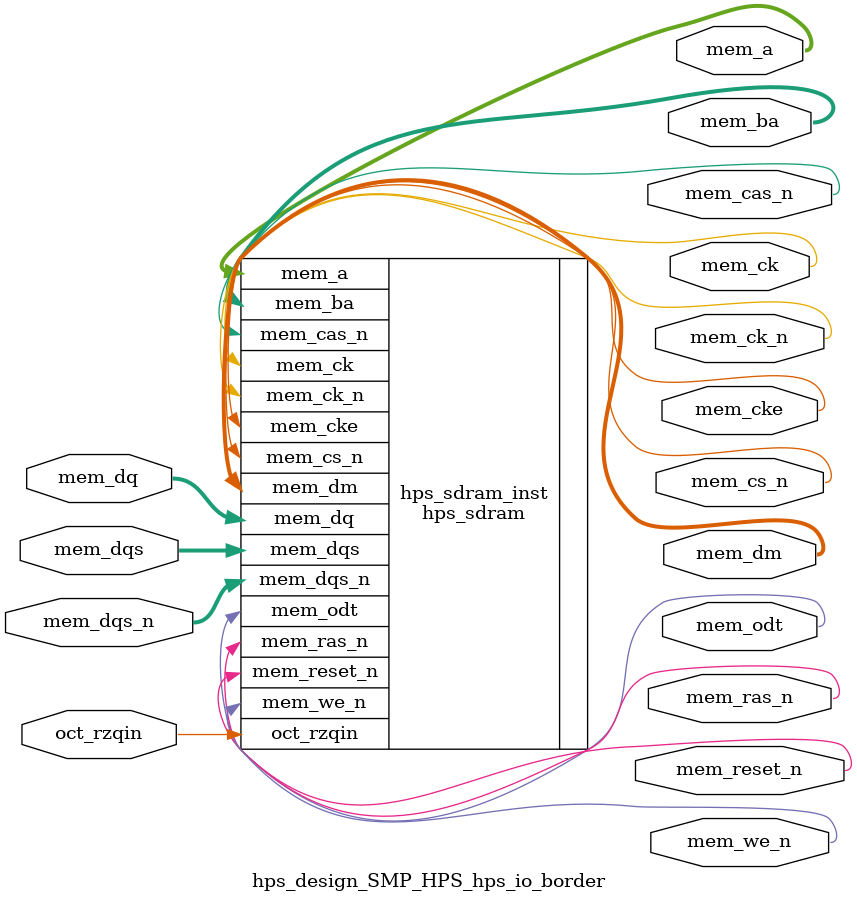
<source format=sv>


module hps_design_SMP_HPS_hps_io_border(
// memory
  output wire [15 - 1 : 0 ] mem_a
 ,output wire [3 - 1 : 0 ] mem_ba
 ,output wire [1 - 1 : 0 ] mem_ck
 ,output wire [1 - 1 : 0 ] mem_ck_n
 ,output wire [1 - 1 : 0 ] mem_cke
 ,output wire [1 - 1 : 0 ] mem_cs_n
 ,output wire [1 - 1 : 0 ] mem_ras_n
 ,output wire [1 - 1 : 0 ] mem_cas_n
 ,output wire [1 - 1 : 0 ] mem_we_n
 ,output wire [1 - 1 : 0 ] mem_reset_n
 ,inout wire [16 - 1 : 0 ] mem_dq
 ,inout wire [2 - 1 : 0 ] mem_dqs
 ,inout wire [2 - 1 : 0 ] mem_dqs_n
 ,output wire [1 - 1 : 0 ] mem_odt
 ,output wire [2 - 1 : 0 ] mem_dm
 ,input wire [1 - 1 : 0 ] oct_rzqin
);


hps_sdram hps_sdram_inst(
 .mem_dq({
    mem_dq[15:0] // 15:0
  })
,.mem_odt({
    mem_odt[0:0] // 0:0
  })
,.mem_ras_n({
    mem_ras_n[0:0] // 0:0
  })
,.mem_dqs_n({
    mem_dqs_n[1:0] // 1:0
  })
,.mem_dqs({
    mem_dqs[1:0] // 1:0
  })
,.mem_dm({
    mem_dm[1:0] // 1:0
  })
,.mem_we_n({
    mem_we_n[0:0] // 0:0
  })
,.mem_cas_n({
    mem_cas_n[0:0] // 0:0
  })
,.mem_ba({
    mem_ba[2:0] // 2:0
  })
,.mem_a({
    mem_a[14:0] // 14:0
  })
,.mem_cs_n({
    mem_cs_n[0:0] // 0:0
  })
,.mem_ck({
    mem_ck[0:0] // 0:0
  })
,.mem_cke({
    mem_cke[0:0] // 0:0
  })
,.oct_rzqin({
    oct_rzqin[0:0] // 0:0
  })
,.mem_reset_n({
    mem_reset_n[0:0] // 0:0
  })
,.mem_ck_n({
    mem_ck_n[0:0] // 0:0
  })
);

endmodule


</source>
